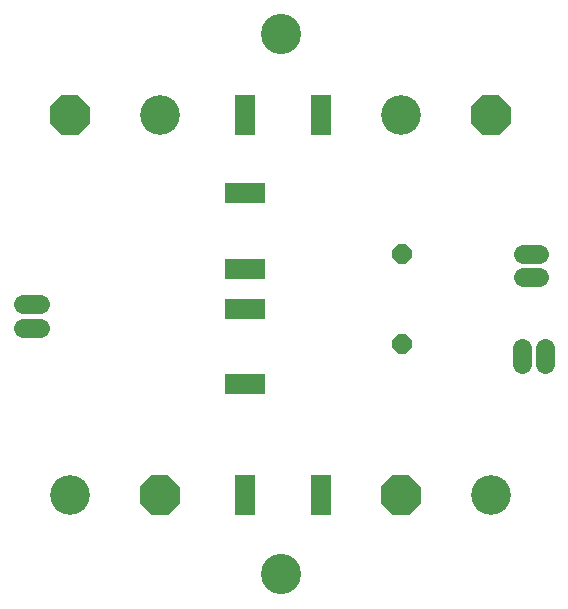
<source format=gts>
G75*
G70*
%OFA0B0*%
%FSLAX24Y24*%
%IPPOS*%
%LPD*%
%AMOC8*
5,1,8,0,0,1.08239X$1,22.5*
%
%ADD10C,0.1340*%
%ADD11C,0.0635*%
%ADD12OC8,0.0640*%
%ADD13OC8,0.1320*%
%ADD14C,0.1320*%
%ADD15R,0.1340X0.0680*%
%ADD16R,0.0680X0.1340*%
D10*
X010180Y001180D03*
X010180Y019180D03*
D11*
X018230Y011867D02*
X018785Y011867D01*
X018785Y011080D02*
X018230Y011080D01*
X018193Y008735D02*
X018193Y008180D01*
X018980Y008180D02*
X018980Y008735D01*
X002130Y009393D02*
X001575Y009393D01*
X001575Y010180D02*
X002130Y010180D01*
D12*
X014190Y008850D03*
X014190Y011850D03*
D13*
X017180Y016480D03*
X014180Y003830D03*
X006130Y003830D03*
X003130Y016480D03*
D14*
X003130Y003830D03*
X006130Y016480D03*
X014180Y016480D03*
X017180Y003830D03*
D15*
X008980Y007520D03*
X008980Y010040D03*
X008980Y011370D03*
X008980Y013890D03*
D16*
X008970Y016480D03*
X011490Y016480D03*
X011490Y003830D03*
X008970Y003830D03*
M02*

</source>
